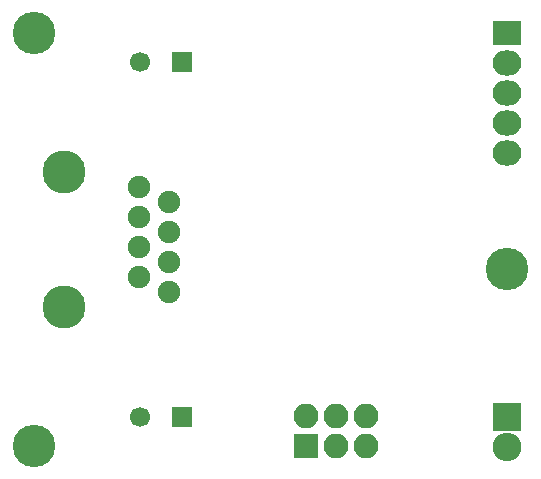
<source format=gts>
G04 #@! TF.FileFunction,Soldermask,Top*
%FSLAX46Y46*%
G04 Gerber Fmt 4.6, Leading zero omitted, Abs format (unit mm)*
G04 Created by KiCad (PCBNEW 4.0.7-e2-6376~58~ubuntu17.04.1) date Mon Nov 20 18:02:35 2017*
%MOMM*%
%LPD*%
G01*
G04 APERTURE LIST*
%ADD10C,0.100000*%
%ADD11C,1.700000*%
%ADD12R,1.700000X1.700000*%
%ADD13C,3.650000*%
%ADD14C,1.900000*%
%ADD15R,2.432000X2.127200*%
%ADD16O,2.432000X2.127200*%
%ADD17R,2.432000X2.432000*%
%ADD18O,2.432000X2.432000*%
%ADD19R,2.100000X2.100000*%
%ADD20O,2.100000X2.100000*%
%ADD21C,3.600000*%
G04 APERTURE END LIST*
D10*
D11*
X114000000Y-130000000D03*
D12*
X117500000Y-130000000D03*
D11*
X114000000Y-100000000D03*
D12*
X117500000Y-100000000D03*
D13*
X107500000Y-120715000D03*
X107500000Y-109285000D03*
D14*
X116390000Y-119445000D03*
X113850000Y-118175000D03*
X116390000Y-116905000D03*
X113850000Y-115635000D03*
X116390000Y-114365000D03*
X113850000Y-113095000D03*
X116390000Y-111825000D03*
X113850000Y-110555000D03*
D15*
X145000000Y-97500000D03*
D16*
X145000000Y-100040000D03*
X145000000Y-102580000D03*
X145000000Y-105120000D03*
X145000000Y-107660000D03*
D17*
X145000000Y-130000000D03*
D18*
X145000000Y-132540000D03*
D19*
X128000000Y-132500000D03*
D20*
X128000000Y-129960000D03*
X130540000Y-132500000D03*
X130540000Y-129960000D03*
X133080000Y-132500000D03*
X133080000Y-129960000D03*
D21*
X105000000Y-97500000D03*
X105000000Y-132500000D03*
X145000000Y-117500000D03*
M02*

</source>
